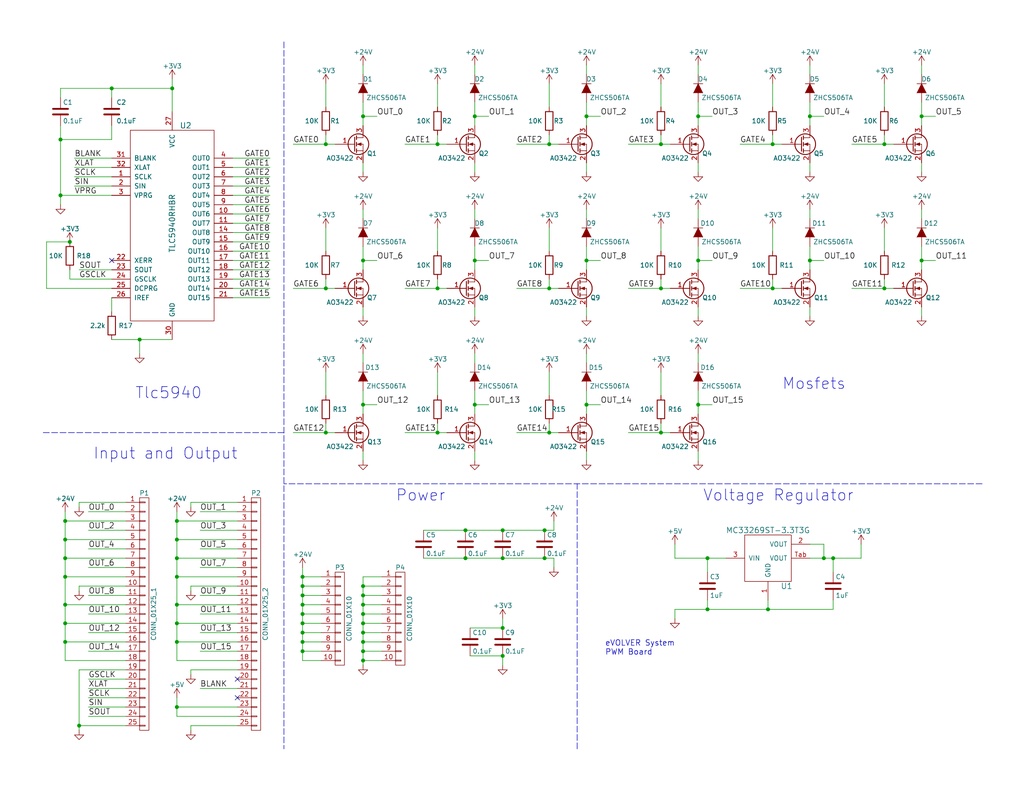
<source format=kicad_sch>
(kicad_sch (version 20211123) (generator eeschema)
  (paper "USLetter")
  (junction (at 88.9 39.37))
  (junction (at 227.33 152.4))
  (junction (at 82.55 170.18))
  (junction (at 48.26 142.24))
  (junction (at 193.04 152.4))
  (junction (at 48.26 152.4))
  (junction (at 82.55 160.02))
  (junction (at 119.38 39.37))
  (junction (at 160.02 71.12))
  (junction (at 241.3 39.37))
  (junction (at 16.51 38.1))
  (junction (at 99.06 167.64))
  (junction (at 241.3 78.74))
  (junction (at 82.55 157.48))
  (junction (at 17.78 152.4))
  (junction (at 99.06 165.1))
  (junction (at 48.26 165.1))
  (junction (at 119.38 78.74))
  (junction (at 48.26 170.18))
  (junction (at 129.54 31.75))
  (junction (at 119.38 118.11))
  (junction (at 21.59 198.12))
  (junction (at 180.34 118.11))
  (junction (at 82.55 172.72))
  (junction (at 48.26 157.48))
  (junction (at 99.06 71.12))
  (junction (at 220.98 71.12))
  (junction (at 149.86 39.37))
  (junction (at 99.06 162.56))
  (junction (at 129.54 110.49))
  (junction (at 88.9 78.74))
  (junction (at 19.05 66.04))
  (junction (at 48.26 193.04))
  (junction (at 129.54 71.12))
  (junction (at 38.1 92.71))
  (junction (at 190.5 71.12))
  (junction (at 99.06 172.72))
  (junction (at 99.06 177.8))
  (junction (at 82.55 177.8))
  (junction (at 82.55 162.56))
  (junction (at 160.02 110.49))
  (junction (at 17.78 147.32))
  (junction (at 16.51 53.34))
  (junction (at 180.34 78.74))
  (junction (at 127 152.4))
  (junction (at 137.16 144.78))
  (junction (at 160.02 31.75))
  (junction (at 17.78 175.26))
  (junction (at 137.16 171.45))
  (junction (at 148.59 152.4))
  (junction (at 210.82 78.74))
  (junction (at 99.06 110.49))
  (junction (at 148.59 144.78))
  (junction (at 127 144.78))
  (junction (at 224.79 152.4))
  (junction (at 190.5 110.49))
  (junction (at 99.06 170.18))
  (junction (at 220.98 31.75))
  (junction (at 149.86 78.74))
  (junction (at 99.06 160.02))
  (junction (at 17.78 157.48))
  (junction (at 251.46 31.75))
  (junction (at 82.55 175.26))
  (junction (at 99.06 31.75))
  (junction (at 99.06 175.26))
  (junction (at 82.55 167.64))
  (junction (at 82.55 165.1))
  (junction (at 149.86 118.11))
  (junction (at 251.46 71.12))
  (junction (at 48.26 147.32))
  (junction (at 46.99 24.13))
  (junction (at 137.16 179.07))
  (junction (at 48.26 175.26))
  (junction (at 137.16 152.4))
  (junction (at 180.34 39.37))
  (junction (at 209.55 166.37))
  (junction (at 210.82 39.37))
  (junction (at 17.78 170.18))
  (junction (at 17.78 142.24))
  (junction (at 193.04 166.37))
  (junction (at 99.06 180.34))
  (junction (at 88.9 118.11))
  (junction (at 190.5 31.75))
  (junction (at 17.78 165.1))
  (junction (at 30.48 24.13))
  (no_connect (at 30.48 71.12))
  (no_connect (at 64.77 190.5))
  (no_connect (at 64.77 185.42))
  (wire (pts (xy 137.16 144.78) (xy 148.59 144.78)))
  (wire (pts (xy 63.5 71.12) (xy 73.66 71.12)))
  (wire (pts (xy 64.77 182.88) (xy 52.07 182.88)))
  (wire (pts (xy 137.16 168.91) (xy 137.16 171.45)))
  (wire (pts (xy 48.26 180.34) (xy 64.77 180.34)))
  (wire (pts (xy 48.26 152.4) (xy 48.26 157.48)))
  (wire (pts (xy 48.26 165.1) (xy 64.77 165.1)))
  (wire (pts (xy 210.82 29.21) (xy 210.82 22.86)))
  (wire (pts (xy 220.98 71.12) (xy 220.98 73.66)))
  (wire (pts (xy 227.33 152.4) (xy 234.95 152.4)))
  (wire (pts (xy 110.49 118.11) (xy 119.38 118.11)))
  (wire (pts (xy 184.15 152.4) (xy 193.04 152.4)))
  (wire (pts (xy 48.26 147.32) (xy 48.26 152.4)))
  (wire (pts (xy 17.78 139.7) (xy 17.78 142.24)))
  (wire (pts (xy 180.34 29.21) (xy 180.34 22.86)))
  (wire (pts (xy 82.55 165.1) (xy 87.63 165.1)))
  (wire (pts (xy 241.3 78.74) (xy 243.84 78.74)))
  (wire (pts (xy 88.9 29.21) (xy 88.9 22.86)))
  (wire (pts (xy 80.01 78.74) (xy 88.9 78.74)))
  (wire (pts (xy 34.29 190.5) (xy 24.13 190.5)))
  (wire (pts (xy 30.48 81.28) (xy 30.48 85.09)))
  (wire (pts (xy 87.63 177.8) (xy 82.55 177.8)))
  (wire (pts (xy 251.46 31.75) (xy 251.46 34.29)))
  (wire (pts (xy 17.78 142.24) (xy 34.29 142.24)))
  (wire (pts (xy 99.06 177.8) (xy 99.06 180.34)))
  (wire (pts (xy 82.55 175.26) (xy 82.55 177.8)))
  (wire (pts (xy 21.59 198.12) (xy 34.29 198.12)))
  (wire (pts (xy 224.79 31.75) (xy 220.98 31.75)))
  (wire (pts (xy 82.55 157.48) (xy 82.55 160.02)))
  (wire (pts (xy 38.1 92.71) (xy 38.1 96.52)))
  (wire (pts (xy 21.59 182.88) (xy 34.29 182.88)))
  (wire (pts (xy 48.26 193.04) (xy 48.26 195.58)))
  (wire (pts (xy 99.06 157.48) (xy 99.06 160.02)))
  (wire (pts (xy 17.78 165.1) (xy 34.29 165.1)))
  (wire (pts (xy 99.06 172.72) (xy 104.14 172.72)))
  (wire (pts (xy 220.98 67.31) (xy 220.98 71.12)))
  (wire (pts (xy 149.86 39.37) (xy 152.4 39.37)))
  (wire (pts (xy 16.51 53.34) (xy 16.51 55.88)))
  (wire (pts (xy 21.59 182.88) (xy 21.59 198.12)))
  (wire (pts (xy 160.02 31.75) (xy 160.02 34.29)))
  (wire (pts (xy 99.06 175.26) (xy 104.14 175.26)))
  (wire (pts (xy 234.95 152.4) (xy 234.95 148.59)))
  (wire (pts (xy 133.35 110.49) (xy 129.54 110.49)))
  (wire (pts (xy 119.38 115.57) (xy 119.38 118.11)))
  (wire (pts (xy 193.04 166.37) (xy 209.55 166.37)))
  (wire (pts (xy 48.26 142.24) (xy 64.77 142.24)))
  (wire (pts (xy 129.54 110.49) (xy 129.54 113.03)))
  (wire (pts (xy 63.5 48.26) (xy 73.66 48.26)))
  (wire (pts (xy 99.06 160.02) (xy 99.06 162.56)))
  (wire (pts (xy 190.5 67.31) (xy 190.5 71.12)))
  (wire (pts (xy 99.06 106.68) (xy 99.06 110.49)))
  (wire (pts (xy 88.9 118.11) (xy 91.44 118.11)))
  (wire (pts (xy 48.26 165.1) (xy 48.26 170.18)))
  (wire (pts (xy 99.06 31.75) (xy 99.06 34.29)))
  (wire (pts (xy 232.41 78.74) (xy 241.3 78.74)))
  (wire (pts (xy 82.55 154.94) (xy 82.55 157.48)))
  (wire (pts (xy 251.46 59.69) (xy 251.46 57.15)))
  (wire (pts (xy 99.06 44.45) (xy 99.06 46.99)))
  (wire (pts (xy 17.78 175.26) (xy 34.29 175.26)))
  (wire (pts (xy 73.66 63.5) (xy 63.5 63.5)))
  (wire (pts (xy 21.59 160.02) (xy 21.59 161.29)))
  (wire (pts (xy 149.86 36.83) (xy 149.86 39.37)))
  (wire (pts (xy 73.66 78.74) (xy 63.5 78.74)))
  (wire (pts (xy 180.34 115.57) (xy 180.34 118.11)))
  (wire (pts (xy 87.63 162.56) (xy 82.55 162.56)))
  (wire (pts (xy 115.57 152.4) (xy 127 152.4)))
  (wire (pts (xy 160.02 83.82) (xy 160.02 86.36)))
  (wire (pts (xy 82.55 165.1) (xy 82.55 167.64)))
  (wire (pts (xy 160.02 123.19) (xy 160.02 125.73)))
  (wire (pts (xy 87.63 172.72) (xy 82.55 172.72)))
  (wire (pts (xy 48.26 193.04) (xy 64.77 193.04)))
  (wire (pts (xy 110.49 39.37) (xy 119.38 39.37)))
  (wire (pts (xy 87.63 167.64) (xy 82.55 167.64)))
  (wire (pts (xy 17.78 165.1) (xy 17.78 170.18)))
  (wire (pts (xy 127 144.78) (xy 137.16 144.78)))
  (wire (pts (xy 99.06 170.18) (xy 99.06 172.72)))
  (wire (pts (xy 87.63 157.48) (xy 82.55 157.48)))
  (wire (pts (xy 52.07 182.88) (xy 52.07 184.15)))
  (wire (pts (xy 171.45 39.37) (xy 180.34 39.37)))
  (wire (pts (xy 54.61 177.8) (xy 64.77 177.8)))
  (wire (pts (xy 34.29 185.42) (xy 24.13 185.42)))
  (wire (pts (xy 201.93 39.37) (xy 210.82 39.37)))
  (wire (pts (xy 17.78 170.18) (xy 17.78 175.26)))
  (wire (pts (xy 119.38 36.83) (xy 119.38 39.37)))
  (wire (pts (xy 220.98 44.45) (xy 220.98 46.99)))
  (wire (pts (xy 82.55 170.18) (xy 87.63 170.18)))
  (wire (pts (xy 220.98 152.4) (xy 224.79 152.4)))
  (wire (pts (xy 73.66 73.66) (xy 63.5 73.66)))
  (wire (pts (xy 99.06 110.49) (xy 99.06 113.03)))
  (wire (pts (xy 140.97 39.37) (xy 149.86 39.37)))
  (wire (pts (xy 137.16 171.45) (xy 128.27 171.45)))
  (wire (pts (xy 16.51 24.13) (xy 16.51 26.67)))
  (wire (pts (xy 119.38 76.2) (xy 119.38 78.74)))
  (wire (pts (xy 88.9 39.37) (xy 91.44 39.37)))
  (wire (pts (xy 17.78 152.4) (xy 17.78 157.48)))
  (wire (pts (xy 88.9 36.83) (xy 88.9 39.37)))
  (wire (pts (xy 137.16 152.4) (xy 148.59 152.4)))
  (wire (pts (xy 127 152.4) (xy 137.16 152.4)))
  (wire (pts (xy 80.01 39.37) (xy 88.9 39.37)))
  (wire (pts (xy 190.5 123.19) (xy 190.5 125.73)))
  (wire (pts (xy 12.7 66.04) (xy 12.7 78.74)))
  (wire (pts (xy 140.97 118.11) (xy 149.86 118.11)))
  (wire (pts (xy 251.46 27.94) (xy 251.46 31.75)))
  (wire (pts (xy 160.02 110.49) (xy 160.02 113.03)))
  (wire (pts (xy 64.77 187.96) (xy 54.61 187.96)))
  (wire (pts (xy 129.54 44.45) (xy 129.54 46.99)))
  (wire (pts (xy 149.86 78.74) (xy 152.4 78.74)))
  (wire (pts (xy 24.13 144.78) (xy 34.29 144.78)))
  (wire (pts (xy 255.27 31.75) (xy 251.46 31.75)))
  (wire (pts (xy 52.07 160.02) (xy 64.77 160.02)))
  (wire (pts (xy 193.04 156.21) (xy 193.04 152.4)))
  (wire (pts (xy 64.77 147.32) (xy 48.26 147.32)))
  (wire (pts (xy 149.86 29.21) (xy 149.86 22.86)))
  (wire (pts (xy 48.26 142.24) (xy 48.26 147.32)))
  (wire (pts (xy 34.29 160.02) (xy 21.59 160.02)))
  (wire (pts (xy 88.9 76.2) (xy 88.9 78.74)))
  (wire (pts (xy 63.5 66.04) (xy 73.66 66.04)))
  (wire (pts (xy 52.07 198.12) (xy 52.07 199.39)))
  (wire (pts (xy 54.61 172.72) (xy 64.77 172.72)))
  (wire (pts (xy 30.48 50.8) (xy 20.32 50.8)))
  (wire (pts (xy 99.06 167.64) (xy 99.06 170.18)))
  (wire (pts (xy 48.26 175.26) (xy 48.26 180.34)))
  (wire (pts (xy 190.5 83.82) (xy 190.5 86.36)))
  (wire (pts (xy 46.99 21.59) (xy 46.99 24.13)))
  (wire (pts (xy 30.48 38.1) (xy 16.51 38.1)))
  (wire (pts (xy 99.06 175.26) (xy 99.06 177.8)))
  (wire (pts (xy 241.3 76.2) (xy 241.3 78.74)))
  (wire (pts (xy 148.59 152.4) (xy 151.13 152.4)))
  (wire (pts (xy 88.9 78.74) (xy 91.44 78.74)))
  (wire (pts (xy 190.5 20.32) (xy 190.5 17.78)))
  (wire (pts (xy 171.45 118.11) (xy 180.34 118.11)))
  (wire (pts (xy 232.41 39.37) (xy 241.3 39.37)))
  (wire (pts (xy 160.02 67.31) (xy 160.02 71.12)))
  (wire (pts (xy 190.5 59.69) (xy 190.5 57.15)))
  (wire (pts (xy 73.66 58.42) (xy 63.5 58.42)))
  (wire (pts (xy 149.86 107.95) (xy 149.86 101.6)))
  (wire (pts (xy 16.51 38.1) (xy 16.51 53.34)))
  (wire (pts (xy 54.61 154.94) (xy 64.77 154.94)))
  (wire (pts (xy 201.93 78.74) (xy 210.82 78.74)))
  (wire (pts (xy 184.15 152.4) (xy 184.15 148.59)))
  (polyline (pts (xy 77.47 118.11) (xy 11.43 118.11)))
  (wire (pts (xy 99.06 177.8) (xy 104.14 177.8)))
  (wire (pts (xy 99.06 170.18) (xy 104.14 170.18)))
  (polyline (pts (xy 77.47 11.43) (xy 77.47 204.47)))
  (wire (pts (xy 180.34 76.2) (xy 180.34 78.74)))
  (wire (pts (xy 73.66 50.8) (xy 63.5 50.8)))
  (wire (pts (xy 190.5 27.94) (xy 190.5 31.75)))
  (polyline (pts (xy 267.97 132.08) (xy 77.47 132.08)))
  (wire (pts (xy 129.54 71.12) (xy 129.54 73.66)))
  (wire (pts (xy 82.55 160.02) (xy 82.55 162.56)))
  (wire (pts (xy 82.55 180.34) (xy 87.63 180.34)))
  (wire (pts (xy 160.02 20.32) (xy 160.02 17.78)))
  (wire (pts (xy 129.54 20.32) (xy 129.54 17.78)))
  (wire (pts (xy 220.98 27.94) (xy 220.98 31.75)))
  (wire (pts (xy 48.26 139.7) (xy 48.26 142.24)))
  (wire (pts (xy 82.55 177.8) (xy 82.55 180.34)))
  (wire (pts (xy 241.3 68.58) (xy 241.3 62.23)))
  (wire (pts (xy 99.06 167.64) (xy 104.14 167.64)))
  (wire (pts (xy 137.16 179.07) (xy 128.27 179.07)))
  (wire (pts (xy 99.06 20.32) (xy 99.06 17.78)))
  (wire (pts (xy 119.38 118.11) (xy 121.92 118.11)))
  (wire (pts (xy 102.87 31.75) (xy 99.06 31.75)))
  (wire (pts (xy 148.59 144.78) (xy 151.13 144.78)))
  (wire (pts (xy 63.5 81.28) (xy 73.66 81.28)))
  (wire (pts (xy 180.34 39.37) (xy 182.88 39.37)))
  (wire (pts (xy 137.16 179.07) (xy 137.16 181.61)))
  (wire (pts (xy 115.57 144.78) (xy 127 144.78)))
  (wire (pts (xy 190.5 110.49) (xy 190.5 113.03)))
  (wire (pts (xy 34.29 147.32) (xy 17.78 147.32)))
  (wire (pts (xy 102.87 110.49) (xy 99.06 110.49)))
  (wire (pts (xy 82.55 175.26) (xy 87.63 175.26)))
  (wire (pts (xy 99.06 180.34) (xy 99.06 181.61)))
  (wire (pts (xy 163.83 71.12) (xy 160.02 71.12)))
  (wire (pts (xy 140.97 78.74) (xy 149.86 78.74)))
  (wire (pts (xy 34.29 137.16) (xy 21.59 137.16)))
  (wire (pts (xy 48.26 152.4) (xy 64.77 152.4)))
  (wire (pts (xy 24.13 187.96) (xy 34.29 187.96)))
  (wire (pts (xy 73.66 68.58) (xy 63.5 68.58)))
  (wire (pts (xy 12.7 78.74) (xy 30.48 78.74)))
  (wire (pts (xy 48.26 170.18) (xy 48.26 175.26)))
  (wire (pts (xy 99.06 123.19) (xy 99.06 125.73)))
  (wire (pts (xy 224.79 71.12) (xy 220.98 71.12)))
  (wire (pts (xy 21.59 137.16) (xy 21.59 138.43)))
  (wire (pts (xy 119.38 78.74) (xy 121.92 78.74)))
  (wire (pts (xy 99.06 180.34) (xy 104.14 180.34)))
  (wire (pts (xy 48.26 190.5) (xy 48.26 193.04)))
  (wire (pts (xy 99.06 71.12) (xy 99.06 73.66)))
  (wire (pts (xy 38.1 92.71) (xy 46.99 92.71)))
  (wire (pts (xy 54.61 149.86) (xy 64.77 149.86)))
  (wire (pts (xy 193.04 152.4) (xy 198.12 152.4)))
  (wire (pts (xy 63.5 60.96) (xy 73.66 60.96)))
  (wire (pts (xy 64.77 175.26) (xy 48.26 175.26)))
  (wire (pts (xy 99.06 27.94) (xy 99.06 31.75)))
  (wire (pts (xy 190.5 31.75) (xy 190.5 34.29)))
  (wire (pts (xy 241.3 39.37) (xy 243.84 39.37)))
  (wire (pts (xy 220.98 148.59) (xy 224.79 148.59)))
  (wire (pts (xy 163.83 31.75) (xy 160.02 31.75)))
  (wire (pts (xy 119.38 39.37) (xy 121.92 39.37)))
  (wire (pts (xy 48.26 157.48) (xy 48.26 165.1)))
  (wire (pts (xy 99.06 165.1) (xy 99.06 167.64)))
  (wire (pts (xy 12.7 66.04) (xy 19.05 66.04)))
  (wire (pts (xy 24.13 193.04) (xy 34.29 193.04)))
  (wire (pts (xy 24.13 149.86) (xy 34.29 149.86)))
  (wire (pts (xy 34.29 170.18) (xy 17.78 170.18)))
  (wire (pts (xy 129.54 83.82) (xy 129.54 86.36)))
  (wire (pts (xy 210.82 78.74) (xy 213.36 78.74)))
  (wire (pts (xy 129.54 67.31) (xy 129.54 71.12)))
  (wire (pts (xy 30.48 73.66) (xy 21.59 73.66)))
  (wire (pts (xy 20.32 45.72) (xy 30.48 45.72)))
  (wire (pts (xy 133.35 71.12) (xy 129.54 71.12)))
  (wire (pts (xy 220.98 31.75) (xy 220.98 34.29)))
  (wire (pts (xy 184.15 166.37) (xy 184.15 168.91)))
  (wire (pts (xy 160.02 106.68) (xy 160.02 110.49)))
  (wire (pts (xy 180.34 68.58) (xy 180.34 62.23)))
  (wire (pts (xy 88.9 107.95) (xy 88.9 101.6)))
  (wire (pts (xy 52.07 137.16) (xy 52.07 138.43)))
  (wire (pts (xy 194.31 71.12) (xy 190.5 71.12)))
  (wire (pts (xy 88.9 115.57) (xy 88.9 118.11)))
  (wire (pts (xy 251.46 71.12) (xy 251.46 73.66)))
  (wire (pts (xy 160.02 71.12) (xy 160.02 73.66)))
  (wire (pts (xy 24.13 139.7) (xy 34.29 139.7)))
  (wire (pts (xy 171.45 78.74) (xy 180.34 78.74)))
  (wire (pts (xy 194.31 31.75) (xy 190.5 31.75)))
  (wire (pts (xy 210.82 36.83) (xy 210.82 39.37)))
  (wire (pts (xy 99.06 172.72) (xy 99.06 175.26)))
  (wire (pts (xy 210.82 39.37) (xy 213.36 39.37)))
  (wire (pts (xy 54.61 144.78) (xy 64.77 144.78)))
  (wire (pts (xy 30.48 43.18) (xy 20.32 43.18)))
  (wire (pts (xy 119.38 68.58) (xy 119.38 62.23)))
  (wire (pts (xy 19.05 76.2) (xy 30.48 76.2)))
  (wire (pts (xy 149.86 115.57) (xy 149.86 118.11)))
  (wire (pts (xy 190.5 71.12) (xy 190.5 73.66)))
  (wire (pts (xy 17.78 147.32) (xy 17.78 152.4)))
  (wire (pts (xy 160.02 59.69) (xy 160.02 57.15)))
  (wire (pts (xy 16.51 34.29) (xy 16.51 38.1)))
  (wire (pts (xy 16.51 24.13) (xy 30.48 24.13)))
  (wire (pts (xy 210.82 68.58) (xy 210.82 62.23)))
  (wire (pts (xy 227.33 166.37) (xy 227.33 163.83)))
  (wire (pts (xy 99.06 160.02) (xy 104.14 160.02)))
  (wire (pts (xy 17.78 180.34) (xy 34.29 180.34)))
  (wire (pts (xy 251.46 44.45) (xy 251.46 46.99)))
  (wire (pts (xy 129.54 106.68) (xy 129.54 110.49)))
  (wire (pts (xy 52.07 160.02) (xy 52.07 161.29)))
  (wire (pts (xy 160.02 27.94) (xy 160.02 31.75)))
  (wire (pts (xy 151.13 144.78) (xy 151.13 142.24)))
  (wire (pts (xy 88.9 68.58) (xy 88.9 62.23)))
  (wire (pts (xy 24.13 154.94) (xy 34.29 154.94)))
  (wire (pts (xy 129.54 31.75) (xy 129.54 34.29)))
  (wire (pts (xy 82.55 170.18) (xy 82.55 172.72)))
  (wire (pts (xy 30.48 24.13) (xy 46.99 24.13)))
  (wire (pts (xy 209.55 163.83) (xy 209.55 166.37)))
  (wire (pts (xy 99.06 99.06) (xy 99.06 96.52)))
  (wire (pts (xy 73.66 55.88) (xy 63.5 55.88)))
  (wire (pts (xy 63.5 76.2) (xy 73.66 76.2)))
  (wire (pts (xy 99.06 162.56) (xy 99.06 165.1)))
  (wire (pts (xy 82.55 167.64) (xy 82.55 170.18)))
  (wire (pts (xy 184.15 166.37) (xy 193.04 166.37)))
  (wire (pts (xy 24.13 172.72) (xy 34.29 172.72)))
  (wire (pts (xy 54.61 139.7) (xy 64.77 139.7)))
  (polyline (pts (xy 157.48 204.47) (xy 157.48 132.08)))
  (wire (pts (xy 82.55 160.02) (xy 87.63 160.02)))
  (wire (pts (xy 251.46 83.82) (xy 251.46 86.36)))
  (wire (pts (xy 48.26 170.18) (xy 64.77 170.18)))
  (wire (pts (xy 129.54 27.94) (xy 129.54 31.75)))
  (wire (pts (xy 46.99 24.13) (xy 46.99 30.48)))
  (wire (pts (xy 180.34 118.11) (xy 182.88 118.11)))
  (wire (pts (xy 99.06 67.31) (xy 99.06 71.12)))
  (wire (pts (xy 180.34 36.83) (xy 180.34 39.37)))
  (wire (pts (xy 255.27 71.12) (xy 251.46 71.12)))
  (wire (pts (xy 209.55 166.37) (xy 227.33 166.37)))
  (wire (pts (xy 220.98 59.69) (xy 220.98 57.15)))
  (wire (pts (xy 24.13 177.8) (xy 34.29 177.8)))
  (wire (pts (xy 151.13 152.4) (xy 151.13 154.94)))
  (wire (pts (xy 119.38 107.95) (xy 119.38 101.6)))
  (wire (pts (xy 17.78 142.24) (xy 17.78 147.32)))
  (wire (pts (xy 17.78 157.48) (xy 17.78 165.1)))
  (wire (pts (xy 34.29 195.58) (xy 24.13 195.58)))
  (wire (pts (xy 224.79 148.59) (xy 224.79 152.4)))
  (wire (pts (xy 30.48 48.26) (xy 20.32 48.26)))
  (wire (pts (xy 241.3 36.83) (xy 241.3 39.37)))
  (wire (pts (xy 180.34 107.95) (xy 180.34 101.6)))
  (wire (pts (xy 227.33 156.21) (xy 227.33 152.4)))
  (wire (pts (xy 54.61 167.64) (xy 64.77 167.64)))
  (wire (pts (xy 17.78 157.48) (xy 34.29 157.48)))
  (wire (pts (xy 52.07 137.16) (xy 64.77 137.16)))
  (wire (pts (xy 30.48 26.67) (xy 30.48 24.13)))
  (wire (pts (xy 80.01 118.11) (xy 88.9 118.11)))
  (wire (pts (xy 30.48 92.71) (xy 38.1 92.71)))
  (wire (pts (xy 160.02 44.45) (xy 160.02 46.99)))
  (wire (pts (xy 21.59 198.12) (xy 21.59 199.39)))
  (wire (pts (xy 241.3 29.21) (xy 241.3 22.86)))
  (wire (pts (xy 34.29 162.56) (xy 24.13 162.56)))
  (wire (pts (xy 16.51 53.34) (xy 30.48 53.34)))
  (wire (pts (xy 133.35 31.75) (xy 129.54 31.75)))
  (wire (pts (xy 99.06 59.69) (xy 99.06 57.15)))
  (wire (pts (xy 190.5 44.45) (xy 190.5 46.99)))
  (wire (pts (xy 251.46 20.32) (xy 251.46 17.78)))
  (wire (pts (xy 210.82 76.2) (xy 210.82 78.74)))
  (wire (pts (xy 64.77 198.12) (xy 52.07 198.12)))
  (wire (pts (xy 119.38 29.21) (xy 119.38 22.86)))
  (wire (pts (xy 99.06 165.1) (xy 104.14 165.1)))
  (wire (pts (xy 73.66 45.72) (xy 63.5 45.72)))
  (wire (pts (xy 17.78 152.4) (xy 34.29 152.4)))
  (wire (pts (xy 180.34 78.74) (xy 182.88 78.74)))
  (wire (pts (xy 63.5 53.34) (xy 73.66 53.34)))
  (wire (pts (xy 220.98 20.32) (xy 220.98 17.78)))
  (wire (pts (xy 99.06 83.82) (xy 99.06 86.36)))
  (wire (pts (xy 99.06 157.48) (xy 104.14 157.48)))
  (wire (pts (xy 251.46 67.31) (xy 251.46 71.12)))
  (wire (pts (xy 102.87 71.12) (xy 99.06 71.12)))
  (wire (pts (xy 30.48 34.29) (xy 30.48 38.1)))
  (wire (pts (xy 129.54 59.69) (xy 129.54 57.15)))
  (wire (pts (xy 63.5 43.18) (xy 73.66 43.18)))
  (wire (pts (xy 99.06 162.56) (xy 104.14 162.56)))
  (wire (pts (xy 190.5 106.68) (xy 190.5 110.49)))
  (wire (pts (xy 64.77 162.56) (xy 54.61 162.56)))
  (wire (pts (xy 224.79 152.4) (xy 227.33 152.4)))
  (wire (pts (xy 194.31 110.49) (xy 190.5 110.49)))
  (wire (pts (xy 64.77 157.48) (xy 48.26 157.48)))
  (wire (pts (xy 149.86 118.11) (xy 152.4 118.11)))
  (wire (pts (xy 149.86 68.58) (xy 149.86 62.23)))
  (wire (pts (xy 163.83 110.49) (xy 160.02 110.49)))
  (wire (pts (xy 129.54 99.06) (xy 129.54 96.52)))
  (wire (pts (xy 129.54 123.19) (xy 129.54 125.73)))
  (wire (pts (xy 149.86 76.2) (xy 149.86 78.74)))
  (wire (pts (xy 220.98 83.82) (xy 220.98 86.36)))
  (wire (pts (xy 82.55 172.72) (xy 82.55 175.26)))
  (wire (pts (xy 48.26 195.58) (xy 64.77 195.58)))
  (wire (pts (xy 82.55 162.56) (xy 82.55 165.1)))
  (wire (pts (xy 193.04 163.83) (xy 193.04 166.37)))
  (wire (pts (xy 160.02 99.06) (xy 160.02 96.52)))
  (wire (pts (xy 110.49 78.74) (xy 119.38 78.74)))
  (wire (pts (xy 34.29 167.64) (xy 24.13 167.64)))
  (wire (pts (xy 19.05 76.2) (xy 19.05 73.66)))
  (wire (pts (xy 17.78 175.26) (xy 17.78 180.34)))
  (wire (pts (xy 190.5 99.06) (xy 190.5 96.52)))
  (text "eVOLVER System\nPWM Board" (at 165.1 179.07 0) (effects (font (size 1.524 1.524)) (justify left bottom)))
  (text "Mosfets" (at 213.36 106.68 0) (effects (font (size 3.048 3.048)) (justify left bottom)))
  (text "Input and Output" (at 25.4 125.73 0) (effects (font (size 3.048 3.048)) (justify left bottom)))
  (text "Power" (at 107.95 137.16 0) (effects (font (size 3.048 3.048)) (justify left bottom)))
  (text "Tlc5940" (at 36.83 109.22 0) (effects (font (size 3.048 3.048)) (justify left bottom)))
  (text "Voltage Regulator" (at 191.77 137.16 0) (effects (font (size 3.048 3.048)) (justify left bottom)))
  (label "GATE12" (at 73.66 73.66 180) (effects (font (size 1.524 1.524))))
  (label "GATE4" (at 201.93 39.37 0) (effects (font (size 1.524 1.524))))
  (label "GATE0" (at 80.01 39.37 0) (effects (font (size 1.524 1.524))))
  (label "GATE3" (at 171.45 39.37 0) (effects (font (size 1.524 1.524))))
  (label "OUT_9" (at 194.31 71.12 0) (effects (font (size 1.524 1.524))))
  (label "OUT_0" (at 102.87 31.75 0) (effects (font (size 1.524 1.524))))
  (label "SOUT" (at 21.59 73.66 0) (effects (font (size 1.524 1.524))))
  (label "GATE13" (at 110.49 118.11 0) (effects (font (size 1.524 1.524))))
  (label "SCLK" (at 20.32 48.26 0) (effects (font (size 1.524 1.524))))
  (label "OUT_6" (at 24.13 154.94 0) (effects (font (size 1.524 1.524))))
  (label "OUT_7" (at 54.61 154.94 0) (effects (font (size 1.524 1.524))))
  (label "GATE2" (at 140.97 39.37 0) (effects (font (size 1.524 1.524))))
  (label "GATE5" (at 232.41 39.37 0) (effects (font (size 1.524 1.524))))
  (label "XLAT" (at 20.32 45.72 0) (effects (font (size 1.524 1.524))))
  (label "GATE14" (at 73.66 78.74 180) (effects (font (size 1.524 1.524))))
  (label "GATE9" (at 73.66 66.04 180) (effects (font (size 1.524 1.524))))
  (label "GATE11" (at 73.66 71.12 180) (effects (font (size 1.524 1.524))))
  (label "OUT_15" (at 194.31 110.49 0) (effects (font (size 1.524 1.524))))
  (label "GATE11" (at 232.41 78.74 0) (effects (font (size 1.524 1.524))))
  (label "GSCLK" (at 21.59 76.2 0) (effects (font (size 1.524 1.524))))
  (label "GATE8" (at 140.97 78.74 0) (effects (font (size 1.524 1.524))))
  (label "GATE10" (at 201.93 78.74 0) (effects (font (size 1.524 1.524))))
  (label "GATE4" (at 73.66 53.34 180) (effects (font (size 1.524 1.524))))
  (label "OUT_12" (at 24.13 172.72 0) (effects (font (size 1.524 1.524))))
  (label "OUT_10" (at 224.79 71.12 0) (effects (font (size 1.524 1.524))))
  (label "SOUT" (at 24.13 195.58 0) (effects (font (size 1.524 1.524))))
  (label "OUT_4" (at 24.13 149.86 0) (effects (font (size 1.524 1.524))))
  (label "XLAT" (at 24.13 187.96 0) (effects (font (size 1.524 1.524))))
  (label "OUT_3" (at 54.61 144.78 0) (effects (font (size 1.524 1.524))))
  (label "GATE10" (at 73.66 68.58 180) (effects (font (size 1.524 1.524))))
  (label "GATE5" (at 73.66 55.88 180) (effects (font (size 1.524 1.524))))
  (label "OUT_1" (at 133.35 31.75 0) (effects (font (size 1.524 1.524))))
  (label "GATE8" (at 73.66 63.5 180) (effects (font (size 1.524 1.524))))
  (label "OUT_1" (at 54.61 139.7 0) (effects (font (size 1.524 1.524))))
  (label "GATE0" (at 73.66 43.18 180) (effects (font (size 1.524 1.524))))
  (label "GATE1" (at 110.49 39.37 0) (effects (font (size 1.524 1.524))))
  (label "OUT_8" (at 24.13 162.56 0) (effects (font (size 1.524 1.524))))
  (label "SIN" (at 24.13 193.04 0) (effects (font (size 1.524 1.524))))
  (label "OUT_8" (at 163.83 71.12 0) (effects (font (size 1.524 1.524))))
  (label "GATE12" (at 80.01 118.11 0) (effects (font (size 1.524 1.524))))
  (label "SIN" (at 20.32 50.8 0) (effects (font (size 1.524 1.524))))
  (label "OUT_15" (at 54.61 177.8 0) (effects (font (size 1.524 1.524))))
  (label "GATE6" (at 73.66 58.42 180) (effects (font (size 1.524 1.524))))
  (label "OUT_11" (at 255.27 71.12 0) (effects (font (size 1.524 1.524))))
  (label "GATE15" (at 73.66 81.28 180) (effects (font (size 1.524 1.524))))
  (label "GATE1" (at 73.66 45.72 180) (effects (font (size 1.524 1.524))))
  (label "SCLK" (at 24.13 190.5 0) (effects (font (size 1.524 1.524))))
  (label "OUT_9" (at 54.61 162.56 0) (effects (font (size 1.524 1.524))))
  (label "VPRG" (at 20.32 53.34 0) (effects (font (size 1.524 1.524))))
  (label "BLANK" (at 20.32 43.18 0) (effects (font (size 1.524 1.524))))
  (label "GATE3" (at 73.66 50.8 180) (effects (font (size 1.524 1.524))))
  (label "GATE2" (at 73.66 48.26 180) (effects (font (size 1.524 1.524))))
  (label "GATE9" (at 171.45 78.74 0) (effects (font (size 1.524 1.524))))
  (label "OUT_12" (at 102.87 110.49 0) (effects (font (size 1.524 1.524))))
  (label "OUT_13" (at 133.35 110.49 0) (effects (font (size 1.524 1.524))))
  (label "OUT_0" (at 24.13 139.7 0) (effects (font (size 1.524 1.524))))
  (label "OUT_3" (at 194.31 31.75 0) (effects (font (size 1.524 1.524))))
  (label "OUT_10" (at 24.13 167.64 0) (effects (font (size 1.524 1.524))))
  (label "GATE14" (at 140.97 118.11 0) (effects (font (size 1.524 1.524))))
  (label "OUT_2" (at 163.83 31.75 0) (effects (font (size 1.524 1.524))))
  (label "GATE13" (at 73.66 76.2 180) (effects (font (size 1.524 1.524))))
  (label "OUT_13" (at 54.61 172.72 0) (effects (font (size 1.524 1.524))))
  (label "GSCLK" (at 24.13 185.42 0) (effects (font (size 1.524 1.524))))
  (label "GATE7" (at 110.49 78.74 0) (effects (font (size 1.524 1.524))))
  (label "OUT_7" (at 133.35 71.12 0) (effects (font (size 1.524 1.524))))
  (label "GATE7" (at 73.66 60.96 180) (effects (font (size 1.524 1.524))))
  (label "OUT_14" (at 24.13 177.8 0) (effects (font (size 1.524 1.524))))
  (label "OUT_5" (at 54.61 149.86 0) (effects (font (size 1.524 1.524))))
  (label "OUT_6" (at 102.87 71.12 0) (effects (font (size 1.524 1.524))))
  (label "OUT_4" (at 224.79 31.75 0) (effects (font (size 1.524 1.524))))
  (label "BLANK" (at 54.61 187.96 0) (effects (font (size 1.524 1.524))))
  (label "GATE6" (at 80.01 78.74 0) (effects (font (size 1.524 1.524))))
  (label "GATE15" (at 171.45 118.11 0) (effects (font (size 1.524 1.524))))
  (label "OUT_14" (at 163.83 110.49 0) (effects (font (size 1.524 1.524))))
  (label "OUT_11" (at 54.61 167.64 0) (effects (font (size 1.524 1.524))))
  (label "OUT_2" (at 24.13 144.78 0) (effects (font (size 1.524 1.524))))
  (label "OUT_5" (at 255.27 31.75 0) (effects (font (size 1.524 1.524))))
  (symbol (lib_id "power1:GND") (at 38.1 96.52 0) (unit 1)
    (property "Reference" "#PWR01" (effects hide))
    (property "Value" "GND" (effects hide))
  )
  (symbol (lib_id "device1:C") (at 193.04 160.02 0) (unit 1)
    (property "Reference" "C3" (at 193.675 157.48 0) (effects (justify left)))
    (property "Value" "1uF" (at 193.675 162.56 0) (effects (justify left)))
    (property "Footprint" "mods:C_0402" (effects hide))
    (property "Catalog Number" "490-1320-6-ND" (effects hide))
    (property "Supplier Name" "Digi-Key" (effects hide))
  )
  (symbol (lib_id "device1:C") (at 227.33 160.02 0) (unit 1)
    (property "Reference" "C4" (at 227.965 157.48 0) (effects (justify left)))
    (property "Value" "1uF" (at 227.965 162.56 0) (effects (justify left)))
    (property "Footprint" "mods:C_0402" (effects hide))
    (property "Catalog Number" "490-1320-6-ND" (effects hide))
    (property "Supplier Name" "Digi-Key" (effects hide))
  )
  (symbol (lib_id "power1:+3.3V") (at 234.95 148.59 0) (unit 1)
    (property "Reference" "#PWR02" (effects hide))
    (property "Value" "+3.3V" (at 234.95 145.034 0))
  )
  (symbol (lib_id "power1:GND") (at 184.15 168.91 0) (unit 1)
    (property "Reference" "#PWR03" (effects hide))
    (property "Value" "GND" (effects hide))
  )
  (symbol (lib_id "power1:+5V") (at 184.15 148.59 0) (unit 1)
    (property "Reference" "#PWR04" (effects hide))
    (property "Value" "+5V" (at 184.15 145.034 0))
  )
  (symbol (lib_id "device1:C") (at 30.48 30.48 0) (unit 1)
    (property "Reference" "C2" (at 31.75 27.94 0) (effects (justify left)))
    (property "Value" "0.1uF" (at 31.75 33.02 0) (effects (justify left)))
    (property "Footprint" "mods:C_0402" (effects hide))
    (property "Catalog Number" "490-10777-6-ND" (effects hide))
    (property "Supplier Name" "Digi-Key" (effects hide))
  )
  (symbol (lib_id "power1:+3.3V") (at 46.99 21.59 0) (unit 1)
    (property "Reference" "#PWR05" (effects hide))
    (property "Value" "+3.3V" (at 46.99 18.034 0))
  )
  (symbol (lib_id "device1:C") (at 16.51 30.48 0) (unit 1)
    (property "Reference" "C1" (at 17.145 27.94 0) (effects (justify left)))
    (property "Value" "0.1uF" (at 17.145 33.02 0) (effects (justify left)))
    (property "Footprint" "mods:C_0402" (effects hide))
    (property "Catalog Number" "490-10777-6-ND" (effects hide))
    (property "Supplier Name" "Digi-Key" (effects hide))
  )
  (symbol (lib_id "device1:R") (at 30.48 88.9 0) (unit 1)
    (property "Reference" "R17" (at 34.29 88.9 0))
    (property "Value" "2.2k" (at 26.67 88.9 0))
    (property "Footprint" "mods:R_0402" (effects hide))
    (property "Catalog Number" "311-2.20KLRDKR-ND " (effects hide))
    (property "Supplier Name" "Digi-Key" (effects hide))
  )
  (symbol (lib_id "eVOLVER_pwm:TLV1117LV33DCYR") (at 209.55 152.4 0) (unit 1)
    (property "Reference" "U1" (at 214.63 160.02 0) (effects (font (size 1.524 1.524))))
    (property "Value" "MC33269ST-3.3T3G" (at 209.55 144.78 0) (effects (font (size 1.524 1.524))))
    (property "Footprint" "mods:TLV1117LV33DCYR" (effects hide))
    (property "Catalog Number" "296-28778-1-ND	" (effects hide))
    (property "Supplier Name" "Digi-Key" (effects hide))
  )
  (symbol (lib_id "conn1:CONN_01X25") (at 39.37 167.64 0) (unit 1)
    (property "Reference" "P1" (at 39.37 134.62 0))
    (property "Value" "CONN_01X25_1" (at 41.91 167.64 90))
    (property "Footprint" "mods:25_pin_10in" (effects hide))
    (property "Catalog Number" "ED10025-ND	" (effects hide))
    (property "Supplier Name" "Digi-Key" (effects hide))
  )
  (symbol (lib_id "conn1:CONN_01X25") (at 69.85 167.64 0) (unit 1)
    (property "Reference" "P2" (at 69.85 134.62 0))
    (property "Value" "CONN_01X25_2" (at 72.39 167.64 90))
    (property "Footprint" "mods:25_pin_10in" (effects hide))
    (property "Catalog Number" "ED10025-ND	" (effects hide))
    (property "Supplier Name" "Digi-Key" (effects hide))
  )
  (symbol (lib_id "power1:+24V") (at 17.78 139.7 0) (unit 1)
    (property "Reference" "#PWR06" (effects hide))
    (property "Value" "+24V" (at 17.78 136.144 0))
  )
  (symbol (lib_id "power1:GND") (at 21.59 138.43 0) (unit 1)
    (property "Reference" "#PWR07" (effects hide))
    (property "Value" "GND" (effects hide))
  )
  (symbol (lib_id "power1:GND") (at 21.59 161.29 0) (unit 1)
    (property "Reference" "#PWR08" (effects hide))
    (property "Value" "GND" (effects hide))
  )
  (symbol (lib_id "power1:GND") (at 21.59 199.39 0) (unit 1)
    (property "Reference" "#PWR09" (effects hide))
    (property "Value" "GND" (effects hide))
  )
  (symbol (lib_id "power1:+24V") (at 48.26 139.7 0) (unit 1)
    (property "Reference" "#PWR010" (effects hide))
    (property "Value" "+24V" (at 48.26 136.144 0))
  )
  (symbol (lib_id "power1:GND") (at 52.07 138.43 0) (unit 1)
    (property "Reference" "#PWR011" (effects hide))
    (property "Value" "GND" (effects hide))
  )
  (symbol (lib_id "power1:GND") (at 52.07 161.29 0) (unit 1)
    (property "Reference" "#PWR012" (effects hide))
    (property "Value" "GND" (effects hide))
  )
  (symbol (lib_id "power1:GND") (at 52.07 199.39 0) (unit 1)
    (property "Reference" "#PWR013" (effects hide))
    (property "Value" "GND" (effects hide))
  )
  (symbol (lib_id "power1:GND") (at 52.07 184.15 0) (unit 1)
    (property "Reference" "#PWR014" (effects hide))
    (property "Value" "GND" (effects hide))
  )
  (symbol (lib_id "power1:GND") (at 16.51 55.88 0) (unit 1)
    (property "Reference" "#PWR015" (effects hide))
    (property "Value" "GND" (effects hide))
  )
  (symbol (lib_id "power1:+3.3V") (at 19.05 66.04 0) (unit 1)
    (property "Reference" "#PWR016" (effects hide))
    (property "Value" "+3.3V" (at 19.05 62.484 0))
  )
  (symbol (lib_id "conn1:CONN_01X10") (at 92.71 168.91 0) (unit 1)
    (property "Reference" "P3" (at 92.71 154.94 0))
    (property "Value" "CONN_01X10" (at 95.25 168.91 90))
    (property "Footprint" "mods:10pin_tenth_in_V2" (effects hide))
    (property "Catalog Number" "ED10010-ND	" (effects hide))
    (property "Supplier Name" "Digi-Key" (effects hide))
  )
  (symbol (lib_id "conn1:CONN_01X10") (at 109.22 168.91 0) (unit 1)
    (property "Reference" "P4" (at 109.22 154.94 0))
    (property "Value" "CONN_01X10" (at 111.76 168.91 90))
    (property "Footprint" "mods:10pin_tenth_in_V2" (effects hide))
    (property "Catalog Number" "ED10010-ND	" (effects hide))
    (property "Supplier Name" "Digi-Key" (effects hide))
  )
  (symbol (lib_id "power1:GND") (at 99.06 181.61 0) (unit 1)
    (property "Reference" "#PWR017" (effects hide))
    (property "Value" "GND" (effects hide))
  )
  (symbol (lib_id "device1:Q_NMOS_SGD") (at 96.52 39.37 0) (unit 1)
    (property "Reference" "Q1" (at 102.87 41.91 0) (effects (justify right)))
    (property "Value" "AO3422" (at 96.52 43.18 0) (effects (justify right)))
    (property "Footprint" "mods:AO3422" (effects hide))
    (property "Catalog Number" "785-1015-1-ND	" (effects hide))
    (property "Supplier Name" "Digi-Key" (effects hide))
  )
  (symbol (lib_id "device1:R") (at 88.9 33.02 0) (unit 1)
    (property "Reference" "R1" (at 91.44 33.02 0))
    (property "Value" "10K" (at 85.09 33.02 0))
    (property "Footprint" "mods:R_0402" (effects hide))
    (property "Catalog Number" "311-10KJRDKR-ND" (effects hide))
    (property "Supplier Name" "Digi-Key" (effects hide))
  )
  (symbol (lib_id "power1:+3.3V") (at 88.9 22.86 0) (unit 1)
    (property "Reference" "#PWR018" (effects hide))
    (property "Value" "+3.3V" (at 88.9 19.304 0))
  )
  (symbol (lib_id "device1:D") (at 99.06 24.13 270) (unit 1)
    (property "Reference" "D1" (at 100.33 21.59 90))
    (property "Value" "ZHCS506TA" (at 105.41 26.67 90))
    (property "Footprint" "mods:ZHCS506TA" (effects hide))
    (property "Catalog Number" "ZHCS506CT-ND" (effects hide))
    (property "Supplier Name" "Digi-Key" (effects hide))
  )
  (symbol (lib_id "power1:+24V") (at 99.06 17.78 0) (unit 1)
    (property "Reference" "#PWR019" (effects hide))
    (property "Value" "+24V" (at 99.06 14.224 0))
  )
  (symbol (lib_id "device1:Q_NMOS_SGD") (at 127 39.37 0) (unit 1)
    (property "Reference" "Q2" (at 133.35 41.91 0) (effects (justify right)))
    (property "Value" "AO3422" (at 127 43.18 0) (effects (justify right)))
    (property "Footprint" "mods:AO3422" (effects hide))
    (property "Catalog Number" "785-1015-1-ND	" (effects hide))
    (property "Supplier Name" "Digi-Key" (effects hide))
  )
  (symbol (lib_id "device1:R") (at 119.38 33.02 0) (unit 1)
    (property "Reference" "R2" (at 121.92 33.02 0))
    (property "Value" "10K" (at 115.57 33.02 0))
    (property "Footprint" "mods:R_0402" (effects hide))
    (property "Catalog Number" "311-10KJRDKR-ND" (effects hide))
    (property "Supplier Name" "Digi-Key" (effects hide))
  )
  (symbol (lib_id "power1:+3.3V") (at 119.38 22.86 0) (unit 1)
    (property "Reference" "#PWR022" (effects hide))
    (property "Value" "+3.3V" (at 119.38 19.304 0))
  )
  (symbol (lib_id "device1:D") (at 129.54 24.13 270) (unit 1)
    (property "Reference" "D2" (at 130.81 21.59 90))
    (property "Value" "ZHCS506TA" (at 135.89 26.67 90))
    (property "Footprint" "mods:ZHCS506TA" (effects hide))
    (property "Catalog Number" "ZHCS506CT-ND	" (effects hide))
    (property "Supplier Name" "Digi-Key" (effects hide))
  )
  (symbol (lib_id "power1:+24V") (at 129.54 17.78 0) (unit 1)
    (property "Reference" "#PWR023" (effects hide))
    (property "Value" "+24V" (at 129.54 14.224 0))
  )
  (symbol (lib_id "device1:Q_NMOS_SGD") (at 157.48 39.37 0) (unit 1)
    (property "Reference" "Q3" (at 163.83 41.91 0) (effects (justify right)))
    (property "Value" "AO3422" (at 157.48 43.18 0) (effects (justify right)))
    (property "Footprint" "mods:AO3422" (effects hide))
    (property "Catalog Number" "785-1015-1-ND	" (effects hide))
    (property "Supplier Name" "Digi-Key" (effects hide))
  )
  (symbol (lib_id "device1:R") (at 149.86 33.02 0) (unit 1)
    (property "Reference" "R3" (at 152.4 33.02 0))
    (property "Value" "10K" (at 146.05 33.02 0))
    (property "Footprint" "mods:R_0402" (effects hide))
    (property "Catalog Number" "311-10KJRDKR-ND" (effects hide))
    (property "Supplier Name" "Digi-Key" (effects hide))
  )
  (symbol (lib_id "power1:+3.3V") (at 149.86 22.86 0) (unit 1)
    (property "Reference" "#PWR024" (effects hide))
    (property "Value" "+3.3V" (at 149.86 19.304 0))
  )
  (symbol (lib_id "device1:D") (at 160.02 24.13 270) (unit 1)
    (property "Reference" "D3" (at 161.29 21.59 90))
    (property "Value" "ZHCS506TA" (at 166.37 26.67 90))
    (property "Footprint" "mods:ZHCS506TA" (effects hide))
    (property "Catalog Number" "ZHCS506CT-ND	" (effects hide))
    (property "Supplier Name" "Digi-Key" (effects hide))
  )
  (symbol (lib_id "power1:+24V") (at 160.02 17.78 0) (unit 1)
    (property "Reference" "#PWR025" (effects hide))
    (property "Value" "+24V" (at 160.02 14.224 0))
  )
  (symbol (lib_id "device1:Q_NMOS_SGD") (at 187.96 39.37 0) (unit 1)
    (property "Reference" "Q4" (at 194.31 41.91 0) (effects (justify right)))
    (property "Value" "AO3422" (at 187.96 43.18 0) (effects (justify right)))
    (property "Footprint" "mods:AO3422" (effects hide))
    (property "Catalog Number" "785-1015-1-ND	" (effects hide))
    (property "Supplier Name" "Digi-Key" (effects hide))
  )
  (symbol (lib_id "device1:R") (at 180.34 33.02 0) (unit 1)
    (property "Reference" "R4" (at 182.88 33.02 0))
    (property "Value" "10K" (at 176.53 33.02 0))
    (property "Footprint" "mods:R_0402" (effects hide))
    (property "Catalog Number" "311-10KJRDKR-ND" (effects hide))
    (property "Supplier Name" "Digi-Key" (effects hide))
  )
  (symbol (lib_id "power1:+3.3V") (at 180.34 22.86 0) (unit 1)
    (property "Reference" "#PWR026" (effects hide))
    (property "Value" "+3.3V" (at 180.34 19.304 0))
  )
  (symbol (lib_id "device1:D") (at 190.5 24.13 270) (unit 1)
    (property "Reference" "D4" (at 191.77 21.59 90))
    (property "Value" "ZHCS506TA" (at 196.85 26.67 90))
    (property "Footprint" "mods:ZHCS506TA" (effects hide))
    (property "Catalog Number" "ZHCS506CT-ND	" (effects hide))
    (property "Supplier Name" "Digi-Key" (effects hide))
  )
  (symbol (lib_id "power1:+24V") (at 190.5 17.78 0) (unit 1)
    (property "Reference" "#PWR027" (effects hide))
    (property "Value" "+24V" (at 190.5 14.224 0))
  )
  (symbol (lib_id "device1:Q_NMOS_SGD") (at 218.44 39.37 0) (unit 1)
    (property "Reference" "Q5" (at 224.79 41.91 0) (effects (justify right)))
    (property "Value" "AO3422" (at 218.44 43.18 0) (effects (justify right)))
    (property "Footprint" "mods:AO3422" (effects hide))
    (property "Catalog Number" "785-1015-1-ND	" (effects hide))
    (property "Supplier Name" "Digi-Key" (effects hide))
  )
  (symbol (lib_id "device1:R") (at 210.82 33.02 0) (unit 1)
    (property "Reference" "R5" (at 213.36 33.02 0))
    (property "Value" "10K" (at 207.01 33.02 0))
    (property "Footprint" "mods:R_0402" (effects hide))
    (property "Catalog Number" "311-10KJRDKR-ND" (effects hide))
    (property "Supplier Name" "Digi-Key" (effects hide))
  )
  (symbol (lib_id "power1:+3.3V") (at 210.82 22.86 0) (unit 1)
    (property "Reference" "#PWR028" (effects hide))
    (property "Value" "+3.3V" (at 210.82 19.304 0))
  )
  (symbol (lib_id "device1:D") (at 220.98 24.13 270) (unit 1)
    (property "Reference" "D5" (at 222.25 21.59 90))
    (property "Value" "ZHCS506TA" (at 227.33 26.67 90))
    (property "Footprint" "mods:ZHCS506TA" (effects hide))
    (property "Catalog Number" "ZHCS506CT-ND	" (effects hide))
    (property "Supplier Name" "Digi-Key" (effects hide))
  )
  (symbol (lib_id "power1:+24V") (at 220.98 17.78 0) (unit 1)
    (property "Reference" "#PWR029" (effects hide))
    (property "Value" "+24V" (at 220.98 14.224 0))
  )
  (symbol (lib_id "device1:Q_NMOS_SGD") (at 248.92 39.37 0) (unit 1)
    (property "Reference" "Q6" (at 255.27 41.91 0) (effects (justify right)))
    (property "Value" "AO3422" (at 248.92 43.18 0) (effects (justify right)))
    (property "Footprint" "mods:AO3422" (effects hide))
    (property "Catalog Number" "785-1015-1-ND	" (effects hide))
    (property "Supplier Name" "Digi-Key" (effects hide))
  )
  (symbol (lib_id "device1:R") (at 241.3 33.02 0) (unit 1)
    (property "Reference" "R6" (at 243.84 33.02 0))
    (property "Value" "10K" (at 237.49 33.02 0))
    (property "Footprint" "mods:R_0402" (effects hide))
    (property "Catalog Number" "311-10KJRDKR-ND" (effects hide))
    (property "Supplier Name" "Digi-Key" (effects hide))
  )
  (symbol (lib_id "power1:+3.3V") (at 241.3 22.86 0) (unit 1)
    (property "Reference" "#PWR030" (effects hide))
    (property "Value" "+3.3V" (at 241.3 19.304 0))
  )
  (symbol (lib_id "device1:D") (at 251.46 24.13 270) (unit 1)
    (property "Reference" "D6" (at 252.73 21.59 90))
    (property "Value" "ZHCS506TA" (at 257.81 26.67 90))
    (property "Footprint" "mods:ZHCS506TA" (effects hide))
    (property "Catalog Number" "ZHCS506CT-ND	" (effects hide))
    (property "Supplier Name" "Digi-Key" (effects hide))
  )
  (symbol (lib_id "power1:+24V") (at 251.46 17.78 0) (unit 1)
    (property "Reference" "#PWR031" (effects hide))
    (property "Value" "+24V" (at 251.46 14.224 0))
  )
  (symbol (lib_id "device1:Q_NMOS_SGD") (at 96.52 78.74 0) (unit 1)
    (property "Reference" "Q7" (at 102.87 81.28 0) (effects (justify right)))
    (property "Value" "AO3422" (at 96.52 82.55 0) (effects (justify right)))
    (property "Footprint" "mods:AO3422" (effects hide))
    (property "Catalog Number" "785-1015-1-ND	" (effects hide))
    (property "Supplier Name" "Digi-Key" (effects hide))
  )
  (symbol (lib_id "device1:R") (at 88.9 72.39 0) (unit 1)
    (property "Reference" "R7" (at 91.44 72.39 0))
    (property "Value" "10K" (at 85.09 72.39 0))
    (property "Footprint" "mods:R_0402" (effects hide))
    (property "Catalog Number" "311-10KJRDKR-ND" (effects hide))
    (property "Supplier Name" "Digi-Key" (effects hide))
  )
  (symbol (lib_id "power1:+3.3V") (at 88.9 62.23 0) (unit 1)
    (property "Reference" "#PWR032" (effects hide))
    (property "Value" "+3.3V" (at 88.9 58.674 0))
  )
  (symbol (lib_id "device1:D") (at 99.06 63.5 270) (unit 1)
    (property "Reference" "D7" (at 100.33 60.96 90))
    (property "Value" "ZHCS506TA" (at 105.41 66.04 90))
    (property "Footprint" "mods:ZHCS506TA" (effects hide))
    (property "Catalog Number" "ZHCS506CT-ND	" (effects hide))
    (property "Supplier Name" "Digi-Key" (effects hide))
  )
  (symbol (lib_id "power1:+24V") (at 99.06 57.15 0) (unit 1)
    (property "Reference" "#PWR033" (effects hide))
    (property "Value" "+24V" (at 99.06 53.594 0))
  )
  (symbol (lib_id "device1:Q_NMOS_SGD") (at 127 78.74 0) (unit 1)
    (property "Reference" "Q8" (at 133.35 81.28 0) (effects (justify right)))
    (property "Value" "AO3422" (at 127 82.55 0) (effects (justify right)))
    (property "Footprint" "mods:AO3422" (effects hide))
    (property "Catalog Number" "785-1015-1-ND	" (effects hide))
    (property "Supplier Name" "Digi-Key" (effects hide))
  )
  (symbol (lib_id "device1:R") (at 119.38 72.39 0) (unit 1)
    (property "Reference" "R8" (at 121.92 72.39 0))
    (property "Value" "10K" (at 115.57 72.39 0))
    (property "Footprint" "mods:R_0402" (effects hide))
    (property "Catalog Number" "311-10KJRDKR-ND" (effects hide))
    (property "Supplier Name" "Digi-Key" (effects hide))
  )
  (symbol (lib_id "power1:+3.3V") (at 119.38 62.23 0) (unit 1)
    (property "Reference" "#PWR034" (effects hide))
    (property "Value" "+3.3V" (at 119.38 58.674 0))
  )
  (symbol (lib_id "device1:D") (at 129.54 63.5 270) (unit 1)
    (property "Reference" "D8" (at 130.81 60.96 90))
    (property "Value" "ZHCS506TA" (at 135.89 66.04 90))
    (property "Footprint" "mods:ZHCS506TA" (effects hide))
    (property "Catalog Number" "ZHCS506CT-ND	" (effects hide))
    (property "Supplier Name" "Digi-Key" (effects hide))
  )
  (symbol (lib_id "power1:+24V") (at 129.54 57.15 0) (unit 1)
    (property "Reference" "#PWR035" (effects hide))
    (property "Value" "+24V" (at 129.54 53.594 0))
  )
  (symbol (lib_id "device1:Q_NMOS_SGD") (at 157.48 78.74 0) (unit 1)
    (property "Reference" "Q9" (at 163.83 81.28 0) (effects (justify right)))
    (property "Value" "AO3422" (at 157.48 82.55 0) (effects (justify right)))
    (property "Footprint" "mods:AO3422" (effects hide))
    (property "Catalog Number" "785-1015-1-ND	" (effects hide))
    (property "Supplier Name" "Digi-Key" (effects hide))
  )
  (symbol (lib_id "device1:R") (at 149.86 72.39 0) (unit 1)
    (property "Reference" "R9" (at 152.4 72.39 0))
    (property "Value" "10K" (at 146.05 72.39 0))
    (property "Footprint" "mods:R_0402" (effects hide))
    (property "Catalog Number" "311-10KJRDKR-ND" (effects hide))
    (property "Supplier Name" "Digi-Key" (effects hide))
  )
  (symbol (lib_id "power1:+3.3V") (at 149.86 62.23 0) (unit 1)
    (property "Reference" "#PWR036" (effects hide))
    (property "Value" "+3.3V" (at 149.86 58.674 0))
  )
  (symbol (lib_id "device1:D") (at 160.02 63.5 270) (unit 1)
    (property "Reference" "D9" (at 161.29 60.96 90))
    (property "Value" "ZHCS506TA" (at 166.37 66.04 90))
    (property "Footprint" "mods:ZHCS506TA" (effects hide))
    (property "Catalog Number" "ZHCS506CT-ND	" (effects hide))
    (property "Supplier Name" "Digi-Key" (effects hide))
  )
  (symbol (lib_id "power1:+24V") (at 160.02 57.15 0) (unit 1)
    (property "Reference" "#PWR037" (effects hide))
    (property "Value" "+24V" (at 160.02 53.594 0))
  )
  (symbol (lib_id "device1:Q_NMOS_SGD") (at 187.96 78.74 0) (unit 1)
    (property "Reference" "Q10" (at 195.58 81.28 0) (effects (justify right)))
    (property "Value" "AO3422" (at 187.96 82.55 0) (effects (justify right)))
    (property "Footprint" "mods:AO3422" (effects hide))
    (property "Catalog Number" "785-1015-1-ND	" (effects hide))
    (property "Supplier Name" "Digi-Key" (effects hide))
  )
  (symbol (lib_id "device1:R") (at 180.34 72.39 0) (unit 1)
    (property "Reference" "R10" (at 184.15 72.39 0))
    (property "Value" "10K" (at 176.53 72.39 0))
    (property "Footprint" "mods:R_0402" (effects hide))
    (property "Catalog Number" "311-10KJRDKR-ND" (effects hide))
    (property "Supplier Name" "Digi-Key" (effects hide))
  )
  (symbol (lib_id "power1:+3.3V") (at 180.34 62.23 0) (unit 1)
    (property "Reference" "#PWR038" (effects hide))
    (property "Value" "+3.3V" (at 180.34 58.674 0))
  )
  (symbol (lib_id "device1:D") (at 190.5 63.5 270) (unit 1)
    (property "Reference" "D10" (at 193.04 60.96 90))
    (property "Value" "ZHCS506TA" (at 196.85 66.04 90))
    (property "Footprint" "mods:ZHCS506TA" (effects hide))
    (property "Catalog Number" "ZHCS506CT-ND	" (effects hide))
    (property "Supplier Name" "Digi-Key" (effects hide))
  )
  (symbol (lib_id "power1:+24V") (at 190.5 57.15 0) (unit 1)
    (property "Reference" "#PWR039" (effects hide))
    (property "Value" "+24V" (at 190.5 53.594 0))
  )
  (symbol (lib_id "device1:Q_NMOS_SGD") (at 218.44 78.74 0) (unit 1)
    (property "Reference" "Q11" (at 226.06 81.28 0) (effects (justify right)))
    (property "Value" "AO3422" (at 218.44 82.55 0) (effects (justify right)))
    (property "Footprint" "mods:AO3422" (effects hide))
    (property "Catalog Number" "785-1015-1-ND	" (effects hide))
    (property "Supplier Name" "Digi-Key" (effects hide))
  )
  (symbol (lib_id "device1:R") (at 210.82 72.39 0) (unit 1)
    (property "Reference" "R11" (at 214.63 72.39 0))
    (property "Value" "10K" (at 207.01 72.39 0))
    (property "Footprint" "mods:R_0402" (effects hide))
    (property "Catalog Number" "311-10KJRDKR-ND" (effects hide))
    (property "Supplier Name" "Digi-Key" (effects hide))
  )
  (symbol (lib_id "power1:+3.3V") (at 210.82 62.23 0) (unit 1)
    (property "Reference" "#PWR040" (effects hide))
    (property "Value" "+3.3V" (at 210.82 58.674 0))
  )
  (symbol (lib_id "device1:D") (at 220.98 63.5 270) (unit 1)
    (property "Reference" "D11" (at 223.52 60.96 90))
    (property "Value" "ZHCS506TA" (at 227.33 66.04 90))
    (property "Footprint" "mods:ZHCS506TA" (effects hide))
    (property "Catalog Number" "ZHCS506CT-ND	" (effects hide))
    (property "Supplier Name" "Digi-Key" (effects hide))
  )
  (symbol (lib_id "power1:+24V") (at 220.98 57.15 0) (unit 1)
    (property "Reference" "#PWR041" (effects hide))
    (property "Value" "+24V" (at 220.98 53.594 0))
  )
  (symbol (lib_id "device1:Q_NMOS_SGD") (at 248.92 78.74 0) (unit 1)
    (property "Reference" "Q12" (at 256.54 81.28 0) (effects (justify right)))
    (property "Value" "AO3422" (at 248.92 82.55 0) (effects (justify right)))
    (property "Footprint" "mods:AO3422" (effects hide))
    (property "Catalog Number" "785-1015-1-ND	" (effects hide))
    (property "Supplier Name" "Digi-Key" (effects hide))
  )
  (symbol (lib_id "device1:R") (at 241.3 72.39 0) (unit 1)
    (property "Reference" "R12" (at 245.11 72.39 0))
    (property "Value" "10K" (at 237.49 72.39 0))
    (property "Footprint" "mods:R_0402" (effects hide))
    (property "Catalog Number" "311-10KJRDKR-ND" (effects hide))
    (property "Supplier Name" "Digi-Key" (effects hide))
  )
  (symbol (lib_id "power1:+3.3V") (at 241.3 62.23 0) (unit 1)
    (property "Reference" "#PWR042" (effects hide))
    (property "Value" "+3.3V" (at 241.3 58.674 0))
  )
  (symbol (lib_id "device1:D") (at 251.46 63.5 270) (unit 1)
    (property "Reference" "D12" (at 254 60.96 90))
    (property "Value" "ZHCS506TA" (at 257.81 66.04 90))
    (property "Footprint" "mods:ZHCS506TA" (effects hide))
    (property "Catalog Number" "ZHCS506CT-ND	" (effects hide))
    (property "Supplier Name" "Digi-Key" (effects hide))
  )
  (symbol (lib_id "power1:+24V") (at 251.46 57.15 0) (unit 1)
    (property "Reference" "#PWR043" (effects hide))
    (property "Value" "+24V" (at 251.46 53.594 0))
  )
  (symbol (lib_id "device1:Q_NMOS_SGD") (at 96.52 118.11 0) (unit 1)
    (property "Reference" "Q13" (at 104.14 120.65 0) (effects (justify right)))
    (property "Value" "AO3422" (at 96.52 121.92 0) (effects (justify right)))
    (property "Footprint" "mods:AO3422" (effects hide))
    (property "Catalog Number" "785-1015-1-ND	" (effects hide))
    (property "Supplier Name" "Digi-Key" (effects hide))
  )
  (symbol (lib_id "device1:R") (at 88.9 111.76 0) (unit 1)
    (property "Reference" "R13" (at 92.71 111.76 0))
    (property "Value" "10K" (at 85.09 111.76 0))
    (property "Footprint" "mods:R_0402" (effects hide))
    (property "Catalog Number" "311-10KJRDKR-ND" (effects hide))
    (property "Supplier Name" "Digi-Key" (effects hide))
  )
  (symbol (lib_id "power1:+3.3V") (at 88.9 101.6 0) (unit 1)
    (property "Reference" "#PWR044" (effects hide))
    (property "Value" "+3.3V" (at 88.9 98.044 0))
  )
  (symbol (lib_id "device1:D") (at 99.06 102.87 270) (unit 1)
    (property "Reference" "D13" (at 101.6 100.33 90))
    (property "Value" "ZHCS506TA" (at 105.41 105.41 90))
    (property "Footprint" "mods:ZHCS506TA" (effects hide))
    (property "Catalog Number" "ZHCS506CT-ND	" (effects hide))
    (property "Supplier Name" "Digi-Key" (effects hide))
  )
  (symbol (lib_id "power1:+24V") (at 99.06 96.52 0) (unit 1)
    (property "Reference" "#PWR045" (effects hide))
    (property "Value" "+24V" (at 99.06 92.964 0))
  )
  (symbol (lib_id "device1:Q_NMOS_SGD") (at 127 118.11 0) (unit 1)
    (property "Reference" "Q14" (at 134.62 120.65 0) (effects (justify right)))
    (property "Value" "AO3422" (at 127 121.92 0) (effects (justify right)))
    (property "Footprint" "mods:AO3422" (effects hide))
    (property "Catalog Number" "785-1015-1-ND	" (effects hide))
    (property "Supplier Name" "Digi-Key" (effects hide))
  )
  (symbol (lib_id "device1:R") (at 119.38 111.76 0) (unit 1)
    (property "Reference" "R14" (at 123.19 111.76 0))
    (property "Value" "10K" (at 115.57 111.76 0))
    (property "Footprint" "mods:R_0402" (effects hide))
    (property "Catalog Number" "311-10KJRDKR-ND" (effects hide))
    (property "Supplier Name" "Digi-Key" (effects hide))
  )
  (symbol (lib_id "power1:+3.3V") (at 119.38 101.6 0) (unit 1)
    (property "Reference" "#PWR046" (effects hide))
    (property "Value" "+3.3V" (at 119.38 98.044 0))
  )
  (symbol (lib_id "device1:D") (at 129.54 102.87 270) (unit 1)
    (property "Reference" "D14" (at 132.08 100.33 90))
    (property "Value" "ZHCS506TA" (at 135.89 105.41 90))
    (property "Footprint" "mods:ZHCS506TA" (effects hide))
    (property "Catalog Number" "ZHCS506CT-ND	" (effects hide))
    (property "Supplier Name" "Digi-Key" (effects hide))
  )
  (symbol (lib_id "power1:+24V") (at 129.54 96.52 0) (unit 1)
    (property "Reference" "#PWR047" (effects hide))
    (property "Value" "+24V" (at 129.54 92.964 0))
  )
  (symbol (lib_id "device1:Q_NMOS_SGD") (at 157.48 118.11 0) (unit 1)
    (property "Reference" "Q15" (at 165.1 120.65 0) (effects (justify right)))
    (property "Value" "AO3422" (at 157.48 121.92 0) (effects (justify right)))
    (property "Footprint" "mods:AO3422" (effects hide))
    (property "Catalog Number" "785-1015-1-ND	" (effects hide))
    (property "Supplier Name" "Digi-Key" (effects hide))
  )
  (symbol (lib_id "device1:R") (at 149.86 111.76 0) (unit 1)
    (property "Reference" "R15" (at 152.4 111.76 0))
    (property "Value" "10K" (at 146.05 111.76 0))
    (property "Footprint" "mods:R_0402" (effects hide))
    (property "Catalog Number" "311-10KJRDKR-ND" (effects hide))
    (property "Supplier Name" "Digi-Key" (effects hide))
  )
  (symbol (lib_id "power1:+3.3V") (at 149.86 101.6 0) (unit 1)
    (property "Reference" "#PWR048" (effects hide))
    (property "Value" "+3.3V" (at 149.86 98.044 0))
  )
  (symbol (lib_id "device1:D") (at 160.02 102.87 270) (unit 1)
    (property "Reference" "D15" (at 162.56 100.33 90))
    (property "Value" "ZHCS506TA" (at 166.37 105.41 90))
    (property "Footprint" "mods:ZHCS506TA" (effects hide))
    (property "Catalog Number" "ZHCS506CT-ND	" (effects hide))
    (property "Supplier Name" "Digi-Key" (effects hide))
  )
  (symbol (lib_id "power1:+24V") (at 160.02 96.52 0) (unit 1)
    (property "Reference" "#PWR049" (effects hide))
    (property "Value" "+24V" (at 160.02 92.964 0))
  )
  (symbol (lib_id "device1:Q_NMOS_SGD") (at 187.96 118.11 0) (unit 1)
    (property "Reference" "Q16" (at 195.58 120.65 0) (effects (justify right)))
    (property "Value" "AO3422" (at 187.96 121.92 0) (effects (justify right)))
    (property "Footprint" "mods:AO3422" (effects hide))
    (property "Catalog Number" "785-1015-1-ND	" (effects hide))
    (property "Supplier Name" "Digi-Key" (effects hide))
  )
  (symbol (lib_id "device1:R") (at 180.34 111.76 0) (unit 1)
    (property "Reference" "R16" (at 184.15 111.76 0))
    (property "Value" "10K" (at 176.53 111.76 0))
    (property "Footprint" "mods:R_0402" (effects hide))
    (property "Catalog Number" "311-10KJRDKR-ND" (effects hide))
  )
  (symbol (lib_id "power1:+3.3V") (at 180.34 101.6 0) (unit 1)
    (property "Reference" "#PWR050" (effects hide))
    (property "Value" "+3.3V" (at 180.34 98.044 0))
  )
  (symbol (lib_id "device1:D") (at 190.5 102.87 270) (unit 1)
    (property "Reference" "D16" (at 193.04 100.33 90))
    (property "Value" "ZHCS506TA" (at 196.85 105.41 90))
    (property "Footprint" "mods:ZHCS506TA" (effects hide))
    (property "Catalog Number" "ZHCS506CT-ND	" (effects hide))
    (property "Supplier Name" "Digi-Key" (effects hide))
  )
  (symbol (lib_id "power1:+24V") (at 190.5 96.52 0) (unit 1)
    (property "Reference" "#PWR051" (effects hide))
    (property "Value" "+24V" (at 190.5 92.964 0))
  )
  (symbol (lib_id "power1:GND") (at 99.06 46.99 0) (unit 1)
    (property "Reference" "#PWR052" (effects hide))
    (property "Value" "GND" (effects hide))
  )
  (symbol (lib_id "power1:GND") (at 129.54 46.99 0) (unit 1)
    (property "Reference" "#PWR053" (effects hide))
    (property "Value" "GND" (effects hide))
  )
  (symbol (lib_id "power1:GND") (at 160.02 46.99 0) (unit 1)
    (property "Reference" "#PWR054" (effects hide))
    (property "Value" "GND" (effects hide))
  )
  (symbol (lib_id "power1:GND") (at 190.5 46.99 0) (unit 1)
    (property "Reference" "#PWR055" (effects hide))
    (property "Value" "GND" (effects hide))
  )
  (symbol (lib_id "power1:GND") (at 220.98 46.99 0) (unit 1)
    (property "Reference" "#PWR056" (effects hide))
    (property "Value" "GND" (effects hide))
  )
  (symbol (lib_id "power1:GND") (at 251.46 46.99 0) (unit 1)
    (property "Reference" "#PWR057" (effects hide))
    (property "Value" "GND" (effects hide))
  )
  (symbol (lib_id "power1:GND") (at 251.46 86.36 0) (unit 1)
    (property "Reference" "#PWR058" (effects hide))
    (property "Value" "GND" (effects hide))
  )
  (symbol (lib_id "power1:GND") (at 220.98 86.36 0) (unit 1)
    (property "Reference" "#PWR059" (effects hide))
    (property "Value" "GND" (effects hide))
  )
  (symbol (lib_id "power1:GND") (at 190.5 86.36 0) (unit 1)
    (property "Reference" "#PWR060" (effects hide))
    (property "Value" "GND" (effects hide))
  )
  (symbol (lib_id "power1:GND") (at 160.02 86.36 0) (unit 1)
    (property "Reference" "#PWR061" (effects hide))
    (property "Value" "GND" (effects hide))
  )
  (symbol (lib_id "power1:GND") (at 129.54 86.36 0) (unit 1)
    (property "Reference" "#PWR062" (effects hide))
    (property "Value" "GND" (effects hide))
  )
  (symbol (lib_id "power1:GND") (at 99.06 86.36 0) (unit 1)
    (property "Reference" "#PWR063" (effects hide))
    (property "Value" "GND" (effects hide))
  )
  (symbol (lib_id "power1:GND") (at 99.06 125.73 0) (unit 1)
    (property "Reference" "#PWR064" (effects hide))
    (property "Value" "GND" (effects hide))
  )
  (symbol (lib_id "power1:GND") (at 160.02 125.73 0) (unit 1)
    (property "Reference" "#PWR065" (effects hide))
    (property "Value" "GND" (effects hide))
  )
  (symbol (lib_id "power1:GND") (at 129.54 125.73 0) (unit 1)
    (property "Reference" "#PWR066" (effects hide))
    (property "Value" "GND" (effects hide))
  )
  (symbol (lib_id "power1:GND") (at 190.5 125.73 0) (unit 1)
    (property "Reference" "#PWR067" (effects hide))
    (property "Value" "GND" (effects hide))
  )
  (symbol (lib_id "power1:GND") (at 151.13 154.94 0) (unit 1)
    (property "Reference" "#PWR068" (effects hide))
    (property "Value" "GND" (effects hide))
  )
  (symbol (lib_id "device1:C") (at 115.57 148.59 0) (unit 1)
    (property "Reference" "C5" (at 116.205 146.05 0) (effects (justify left)))
    (property "Value" "0.1uF" (at 116.205 151.13 0) (effects (justify left)))
    (property "Footprint" "mods:C_0402" (effects hide))
    (property "Catalog Number" "490-10777-6-ND" (effects hide))
    (property "Supplier Name" "Digi-Key" (effects hide))
  )
  (symbol (lib_id "device1:C") (at 127 148.59 0) (unit 1)
    (property "Reference" "C6" (at 127.635 146.05 0) (effects (justify left)))
    (property "Value" "0.1uF" (at 127.635 151.13 0) (effects (justify left)))
    (property "Footprint" "mods:C_0402" (effects hide))
    (property "Catalog Number" "490-10777-6-ND" (effects hide))
    (property "Supplier Name" "Digi-Key" (effects hide))
  )
  (symbol (lib_id "device1:C") (at 137.16 148.59 0) (unit 1)
    (property "Reference" "C7" (at 137.795 146.05 0) (effects (justify left)))
    (property "Value" "0.1uF" (at 137.795 151.13 0) (effects (justify left)))
    (property "Footprint" "mods:C_0402" (effects hide))
    (property "Catalog Number" "490-10777-6-ND" (effects hide))
    (property "Supplier Name" "Digi-Key" (effects hide))
  )
  (symbol (lib_id "device1:C") (at 148.59 148.59 0) (unit 1)
    (property "Reference" "C8" (at 149.225 146.05 0) (effects (justify left)))
    (property "Value" "0.1uF" (at 149.225 151.13 0) (effects (justify left)))
    (property "Footprint" "mods:C_0402" (effects hide))
    (property "Catalog Number" "490-10777-6-ND" (effects hide))
    (property "Supplier Name" "Digi-Key" (effects hide))
  )
  (symbol (lib_id "power1:+24V") (at 151.13 142.24 0) (unit 1)
    (property "Reference" "#PWR069" (effects hide))
    (property "Value" "+24V" (at 151.13 138.684 0))
  )
  (symbol (lib_id "power1:+3.3V") (at 137.16 168.91 0) (unit 1)
    (property "Reference" "#PWR070" (effects hide))
    (property "Value" "+3.3V" (at 137.16 165.354 0))
  )
  (symbol (lib_id "device1:C") (at 137.16 175.26 0) (unit 1)
    (property "Reference" "C9" (at 137.795 172.72 0) (effects (justify left)))
    (property "Value" "0.1uF" (at 137.795 177.8 0) (effects (justify left)))
    (property "Footprint" "mods:C_0402" (effects hide))
    (property "Catalog Number" "490-10777-6-ND" (effects hide))
    (property "Supplier Name" "Digi-Key" (effects hide))
  )
  (symbol (lib_id "power1:GND") (at 137.16 181.61 0) (unit 1)
    (property "Reference" "#PWR071" (effects hide))
    (property "Value" "GND" (effects hide))
  )
  (symbol (lib_id "power1:+5V") (at 48.26 190.5 0) (unit 1)
    (property "Reference" "#PWR020" (effects hide))
    (property "Value" "+5V" (at 48.26 186.944 0))
  )
  (symbol (lib_id "power1:+24V") (at 82.55 154.94 0) (unit 1)
    (property "Reference" "#PWR021" (effects hide))
    (property "Value" "+24V" (at 82.55 151.384 0))
  )
  (symbol (lib_id "device1:R") (at 19.05 69.85 0) (unit 1)
    (property "Reference" "R18" (at 22.86 69.85 0))
    (property "Value" "10K" (at 15.24 69.85 0))
    (property "Footprint" "mods:R_0402" (effects hide))
  )
  (symbol (lib_id "device1:C") (at 128.27 175.26 0) (unit 1)
    (property "Reference" "C10" (at 128.905 172.72 0) (effects (justify left)))
    (property "Value" "0.1uF" (at 128.905 177.8 0) (effects (justify left)))
    (property "Footprint" "mods:C_0402" (effects hide))
    (property "Catalog Number" "490-10777-6-ND" (effects hide))
    (property "Supplier Name" "Digi-Key" (effects hide))
  )
  (symbol (lib_id "eVOLVER_pwm:TLC5940RHBR") (at 46.99 60.96 0) (unit 1)
    (property "Reference" "U2" (at 49.0094 34.29 0) (effects (font (size 1.524 1.524)) (justify left)))
    (property "Value" "TLC5940RHBR" (at 46.99 60.96 90) (effects (font (size 1.524 1.524))))
    (property "Footprint" "mods:TLC5940RHBR" (effects hide))
  )
)
</source>
